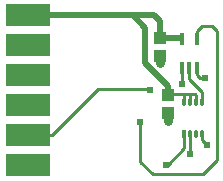
<source format=gtl>
G04 Layer_Physical_Order=1*
G04 Layer_Color=25308*
%FSLAX25Y25*%
%MOIN*%
G70*
G01*
G75*
%ADD10R,0.03937X0.04134*%
%ADD11R,0.01772X0.04331*%
%ADD12O,0.01181X0.02756*%
%ADD13R,0.01181X0.02756*%
%ADD14R,0.15000X0.07600*%
%ADD15C,0.02000*%
%ADD16C,0.01000*%
%ADD17C,0.03000*%
%ADD18C,0.02400*%
D10*
X159100Y461905D02*
D03*
Y456000D02*
D03*
X156700Y480853D02*
D03*
Y474947D02*
D03*
D11*
X163741Y471077D02*
D03*
X166300D02*
D03*
X168859D02*
D03*
Y480723D02*
D03*
X163741D02*
D03*
D12*
X170606Y459630D02*
D03*
X168637D02*
D03*
X166668D02*
D03*
X164700D02*
D03*
X170606Y449000D02*
D03*
X168637D02*
D03*
X166668D02*
D03*
D13*
X164700D02*
D03*
D14*
X112500Y458500D02*
D03*
Y468500D02*
D03*
Y478500D02*
D03*
Y488500D02*
D03*
Y448500D02*
D03*
Y438500D02*
D03*
D15*
X151600Y472500D02*
Y484400D01*
Y472500D02*
X159100Y465000D01*
X156700Y480853D02*
Y486500D01*
X159100Y462800D02*
Y465000D01*
X156700Y480853D02*
X163611D01*
X112500Y488500D02*
X147500D01*
X151600Y484400D01*
X147500Y488500D02*
X154700D01*
X156700Y486500D01*
D16*
X175500Y440100D02*
Y483300D01*
X173800Y485000D02*
X175500Y483300D01*
X170600Y485000D02*
X173800D01*
X168859Y483259D02*
X170600Y485000D01*
X168859Y480723D02*
Y483259D01*
X170900Y435500D02*
X175500Y440100D01*
X154100Y435500D02*
X170900D01*
X120700Y448500D02*
X136000Y463800D01*
X112500Y448500D02*
X120700D01*
X149900Y439700D02*
Y452800D01*
Y439700D02*
X154100Y435500D01*
X163741Y465559D02*
Y471077D01*
X164700Y444100D02*
Y449000D01*
X166668Y442100D02*
Y449000D01*
X159700Y462200D02*
X166668D01*
X168200D01*
X170606Y446795D02*
X172100Y445300D01*
X170606Y446795D02*
Y449000D01*
X169800Y467500D02*
X171600D01*
X166300Y467200D02*
Y471077D01*
Y467200D02*
X170606Y462894D01*
Y459630D02*
Y462894D01*
X168859Y468441D02*
X169800Y467500D01*
X168859Y468441D02*
Y471077D01*
X164700Y459630D02*
Y462100D01*
X166668Y459630D02*
Y462200D01*
X168200D02*
X168637Y461763D01*
Y459630D02*
Y461763D01*
X136000Y463800D02*
X153200D01*
X159100Y438500D02*
X164700Y444100D01*
X158700Y438500D02*
X159100D01*
D17*
Y453100D02*
Y456000D01*
X156700Y472500D02*
Y474947D01*
D18*
X149900Y452800D02*
D03*
X163800Y465500D02*
D03*
X153300Y463700D02*
D03*
X166668Y442100D02*
D03*
X172100Y445300D02*
D03*
X171600Y467500D02*
D03*
X159100Y453100D02*
D03*
X156700Y472500D02*
D03*
X158700Y438500D02*
D03*
M02*

</source>
